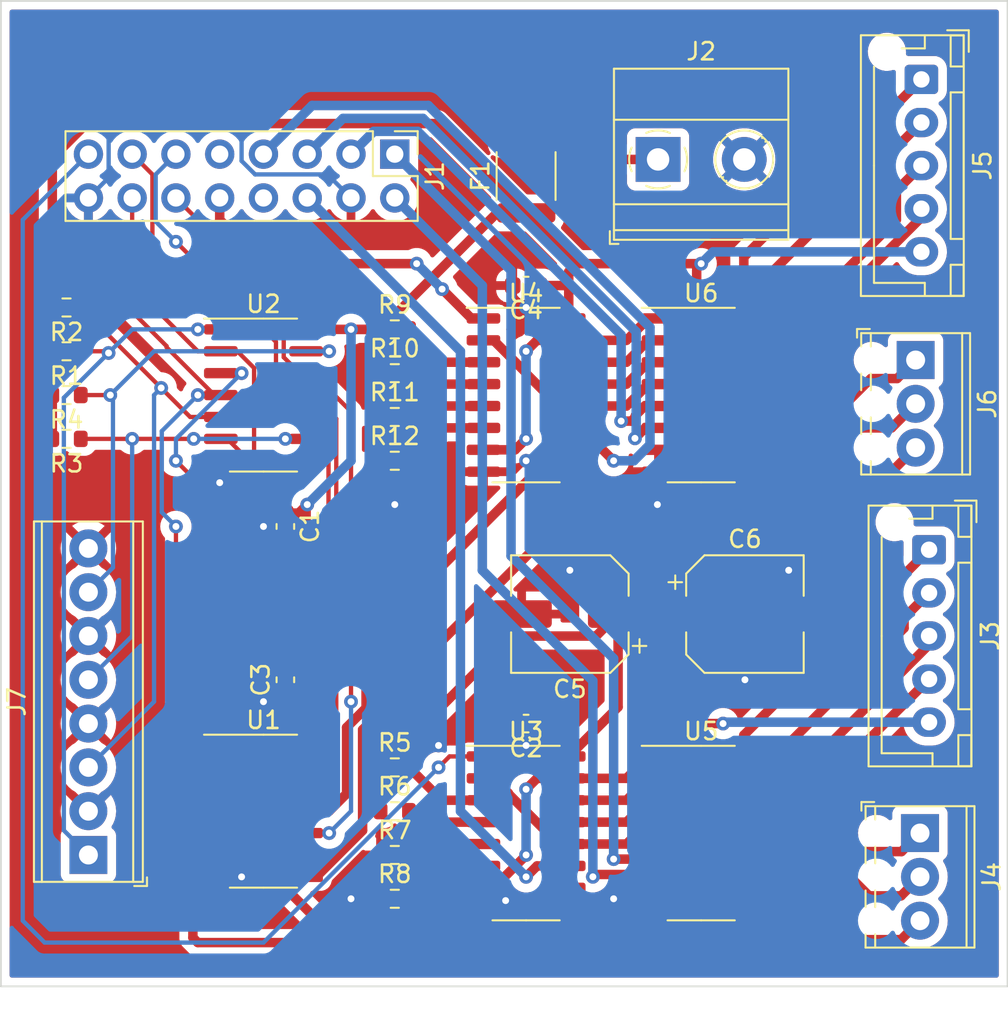
<source format=kicad_pcb>
(kicad_pcb (version 20211014) (generator pcbnew)
  (title_block (comment 4 "AISLER Project ID: ULUECDFW"))
  (layers (0 "F.Cu" signal) (31 "B.Cu" signal) (34 "B.Paste" user) (35 "F.Paste" user) (36 "B.SilkS" user "B.Silkscreen") (37 "F.SilkS" user "F.Silkscreen") (38 "B.Mask" user) (39 "F.Mask" user) (44 "Edge.Cuts" user))
  (net 0 "")
  (net 1 "+5V")
  (net 2 "GND")
  (net 3 "Net-(F1-Pad2)")
  (net 4 "out_a1")
  (net 5 "out_b1")
  (net 6 "out_a2")
  (net 7 "out_b2")
  (net 8 "step1")
  (net 9 "step2")
  (net 12 "reset2")
  (net 13 "dir_a2")
  (net 14 "dir_b2")
  (net 15 "dir_a1")
  (net 16 "dir_b1")
  (net 17 "reset1")
  (net 18 "Net-(J3-Pad1)")
  (net 19 "Net-(J3-Pad2)")
  (net 20 "Net-(J3-Pad3)")
  (net 21 "Net-(J3-Pad4)")
  (net 22 "Net-(J4-Pad1)")
  (net 23 "Net-(J4-Pad2)")
  (net 24 "Net-(J5-Pad1)")
  (net 25 "Net-(J5-Pad2)")
  (net 26 "Net-(J5-Pad3)")
  (net 27 "Net-(J5-Pad4)")
  (net 28 "Net-(J6-Pad1)")
  (net 29 "Net-(J6-Pad2)")
  (net 30 "end_a1")
  (net 31 "end_b1")
  (net 32 "end_a2")
  (net 33 "end_b2")
  (net 34 "Net-(R5-Pad2)")
  (net 35 "Net-(R6-Pad2)")
  (net 36 "Net-(R7-Pad2)")
  (net 37 "Net-(R8-Pad2)")
  (net 38 "Net-(R9-Pad2)")
  (net 39 "Net-(R10-Pad2)")
  (net 40 "Net-(R11-Pad2)")
  (net 41 "Net-(R12-Pad2)")
  (net 42 "Net-(U1-Pad1)")
  (net 43 "Net-(U1-Pad3)")
  (net 44 "Net-(U1-Pad4)")
  (net 45 "Net-(U1-Pad6)")
  (net 46 "Net-(U1-Pad8)")
  (net 47 "Net-(U1-Pad9)")
  (net 48 "Net-(U1-Pad11)")
  (net 49 "Net-(U1-Pad12)")
  (net 50 "Net-(U3-Pad12)")
  (net 51 "Net-(U3-Pad15)")
  (net 52 "Net-(U3-Pad13)")
  (net 53 "Net-(U3-Pad14)")
  (net 54 "Net-(U4-Pad12)")
  (net 55 "Net-(U4-Pad15)")
  (net 56 "Net-(U4-Pad13)")
  (net 57 "Net-(U4-Pad14)")
  (footprint "Resistor_SMD:R_0603_1608Metric" (layer "F.Cu") (at 142.24 130.81)
    (fp_text reference "R7")
    (fp_text value "1k")
  )
  (footprint "Package_SO:SOIC-16_3.9x9.9mm_P1.27mm" (layer "F.Cu") (at 149.86 104.14)
    (fp_text reference "U4")
    (fp_text value "74LS194")
  )
  (footprint "Fuse:Fuse_1812_4532Metric" (layer "F.Cu") (at 149.86 91.44 90)
    (fp_text reference "F1")
    (fp_text value "Polyfuse")
  )
  (footprint "Package_SO:SOIC-16_3.9x9.9mm_P1.27mm" (layer "F.Cu") (at 160.02 104.14)
    (fp_text reference "U6")
    (fp_text value "ULN2003A")
  )
  (footprint "Resistor_SMD:R_0603_1608Metric" (layer "F.Cu") (at 142.24 102.87)
    (fp_text reference "R10")
    (fp_text value "1k")
  )
  (footprint "Connector_JST:JST_XH_B5B-XH-AM_1x05_P2.50mm_Vertical" (layer "F.Cu") (at 172.8 85.835 -90)
    (fp_text reference "J5")
    (fp_text value "Conn_01x05")
  )
  (footprint "Package_SO:SOIC-14_3.9x8.7mm_P1.27mm" (layer "F.Cu") (at 134.62 128.27)
    (fp_text reference "U1")
    (fp_text value "74LS08")
  )
  (footprint "Resistor_SMD:R_0603_1608Metric" (layer "F.Cu") (at 142.24 107.95)
    (fp_text reference "R12")
    (fp_text value "1k")
  )
  (footprint "Capacitor_SMD:C_0603_1608Metric" (layer "F.Cu") (at 149.86 123.19 180)
    (fp_text reference "C2")
    (fp_text value "0.1u")
  )
  (footprint "Resistor_SMD:R_0603_1608Metric" (layer "F.Cu") (at 142.24 125.73)
    (fp_text reference "R5")
    (fp_text value "1K")
  )
  (footprint "TerminalBlock_Phoenix:TerminalBlock_Phoenix_MPT-0,5-3-2.54_1x03_P2.54mm_Horizontal" (layer "F.Cu") (at 172.466 102.108 -90)
    (fp_text reference "J6")
    (fp_text value "Screw_Terminal_01x03")
  )
  (footprint "Package_SO:SOIC-14_3.9x8.7mm_P1.27mm" (layer "F.Cu") (at 134.62 104.14)
    (fp_text reference "U2")
    (fp_text value "74LS32")
  )
  (footprint "Capacitor_SMD:C_0603_1608Metric" (layer "F.Cu") (at 135.89 111.76 -90)
    (fp_text reference "C1")
    (fp_text value "0.1u")
  )
  (footprint "Capacitor_SMD:CP_Elec_6.3x5.2" (layer "F.Cu") (at 162.56 116.84)
    (fp_text reference "C6")
    (fp_text value "100uF")
  )
  (footprint "Resistor_SMD:R_0603_1608Metric" (layer "F.Cu") (at 142.24 133.35)
    (fp_text reference "R8")
    (fp_text value "1k")
  )
  (footprint "TerminalBlock_Phoenix:TerminalBlock_Phoenix_MKDS-1,5-2_1x02_P5.00mm_Horizontal" (layer "F.Cu") (at 157.52 90.475)
    (fp_text reference "J2")
    (fp_text value "Screw_Terminal_01x02")
  )
  (footprint "Connector_PinHeader_2.54mm:PinHeader_2x08_P2.54mm_Vertical" (layer "F.Cu") (at 142.24 90.17 -90)
    (fp_text reference "J1")
    (fp_text value "Conn_02x08_Odd_Even")
  )
  (footprint "Resistor_SMD:R_0603_1608Metric" (layer "F.Cu") (at 142.24 128.27)
    (fp_text reference "R6")
    (fp_text value "1k")
  )
  (footprint "Package_SO:SOIC-16_3.9x9.9mm_P1.27mm" (layer "F.Cu") (at 160.02 129.54)
    (fp_text reference "U5")
    (fp_text value "ULN2003A")
  )
  (footprint "Resistor_SMD:R_0603_1608Metric" (layer "F.Cu") (at 142.24 100.33)
    (fp_text reference "R9")
    (fp_text value "1K")
  )
  (footprint "Capacitor_SMD:C_0603_1608Metric" (layer "F.Cu") (at 135.89 120.65 90)
    (fp_text reference "C3")
    (fp_text value "0.1u")
  )
  (footprint "Package_SO:SOIC-16_3.9x9.9mm_P1.27mm" (layer "F.Cu") (at 149.86 129.54)
    (fp_text reference "U3")
    (fp_text value "74LS194")
  )
  (footprint "Resistor_SMD:R_0603_1608Metric" (layer "F.Cu") (at 123.19 99.06 180)
    (fp_text reference "R2")
    (fp_text value "1K")
  )
  (footprint "Resistor_SMD:R_0603_1608Metric" (layer "F.Cu") (at 123.19 104.14 180)
    (fp_text reference "R4")
    (fp_text value "1K")
  )
  (footprint "Resistor_SMD:R_0603_1608Metric" (layer "F.Cu") (at 142.24 105.41)
    (fp_text reference "R11")
    (fp_text value "1k")
  )
  (footprint "Capacitor_SMD:CP_Elec_6.3x5.2" (layer "F.Cu") (at 152.4 116.84 180)
    (fp_text reference "C5")
    (fp_text value "100uF")
  )
  (footprint "Resistor_SMD:R_0603_1608Metric" (layer "F.Cu") (at 123.19 106.68 180)
    (fp_text reference "R3")
    (fp_text value "1K")
  )
  (footprint "Connector_JST:JST_XH_B5B-XH-AM_1x05_P2.50mm_Vertical" (layer "F.Cu") (at 173.245 113.11 -90)
    (fp_text reference "J3")
    (fp_text value "Conn_01x05")
  )
  (footprint "TerminalBlock_Phoenix:TerminalBlock_Phoenix_MPT-0,5-8-2.54_1x08_P2.54mm_Horizontal" (layer "F.Cu") (at 124.46 130.81 90)
    (fp_text reference "J7")
    (fp_text value "Screw_Terminal_01x08")
  )
  (footprint "TerminalBlock_Phoenix:TerminalBlock_Phoenix_MPT-0,5-3-2.54_1x03_P2.54mm_Horizontal" (layer "F.Cu") (at 172.72 129.54 -90)
    (fp_text reference "J4")
    (fp_text value "Screw_Terminal_01x03")
  )
  (footprint "Capacitor_SMD:C_0603_1608Metric" (layer "F.Cu") (at 149.86 97.79 180)
    (fp_text reference "C4")
    (fp_text value "0.1u")
  )
  (footprint "Resistor_SMD:R_0603_1608Metric" (layer "F.Cu") (at 123.19 101.6 180)
    (fp_text reference "R1")
    (fp_text value "1K")
  )
  (gr_rect (start 177.8 138.43) (end 119.38 81.28) (layer "Edge.Cuts") (width 0.1) (fill none))
  (segment (start 172.466 107.188) (end 171.069 108.585) (width 0.55) (layer "F.Cu") (net 1))
  (segment (start 141.415 102.87) (end 141.415 100.33) (width 0.55) (layer "F.Cu") (net 1))
  (segment (start 159.76 108.21) (end 159.76 96.78) (width 0.55) (layer "F.Cu") (net 1))
  (segment (start 159.76 122.93) (end 159.76 116.84) (width 0.55) (layer "F.Cu") (net 1))
  (segment (start 135.89 121.425) (end 136.665 121.425) (width 0.55) (layer "F.Cu") (net 1))
  (segment (start 159.76 122.93) (end 160.02 123.19) (width 0.55) (layer "F.Cu") (net 1))
  (segment (start 122.365 90.391857) (end 122.365 106.68) (width 0.55) (layer "F.Cu") (net 1))
  (segment (start 150.635 123.19) (end 150.635 123.395) (width 0.55) (layer "F.Cu") (net 1))
  (segment (start 164.229999 135.719999) (end 171.620001 135.719999) (width 0.55) (layer "F.Cu") (net 1))
  (segment (start 152.8025 96.52) (end 160.02 96.52) (width 0.55) (layer "F.Cu") (net 1))
  (segment (start 144.678478 88.395978) (end 124.360879 88.395978) (width 0.55) (layer "F.Cu") (net 1))
  (segment (start 148.1675 93.5775) (end 149.86 93.5775) (width 0.55) (layer "F.Cu") (net 1))
  (segment (start 152.335 97.855) (end 152.335 99.695) (width 0.55) (layer "F.Cu") (net 1))
  (segment (start 150.635 97.79) (end 152.27 97.79) (width 0.55) (layer "F.Cu") (net 1))
  (segment (start 159.76 131.838204) (end 159.76 122.93) (width 0.55) (layer "F.Cu") (net 1))
  (segment (start 124.360879 88.395978) (end 122.365 90.391857) (width 0.55) (layer "F.Cu") (net 1))
  (segment (start 137.095 100.33) (end 141.415 100.33) (width 0.55) (layer "F.Cu") (net 1))
  (segment (start 152.335 96.9875) (end 152.335 97.855) (width 0.55) (layer "F.Cu") (net 1))
  (segment (start 162.495 133.985) (end 161.906796 133.985) (width 0.55) (layer "F.Cu") (net 1))
  (segment (start 149.86 93.5775) (end 144.678478 88.395978) (width 0.55) (layer "F.Cu") (net 1))
  (segment (start 155.2 122.23) (end 155.2 116.84) (width 0.55) (layer "F.Cu") (net 1))
  (segment (start 136.665 121.425) (end 137.095 121.855) (width 0.55) (layer "F.Cu") (net 1))
  (segment (start 137.095 121.855) (end 137.095 110.555) (width 0.55) (layer "F.Cu") (net 1))
  (segment (start 153.92548 118.11452) (end 149.03048 118.11452) (width 0.55) (layer "F.Cu") (net 1))
  (segment (start 141.415 125.73) (end 141.415 128.27) (width 0.55) (layer "F.Cu") (net 1))
  (segment (start 171.620001 135.719999) (end 172.72 134.62) (width 0.55) (layer "F.Cu") (net 1))
  (segment (start 150.635 123.395) (end 152.335 125.095) (width 0.55) (layer "F.Cu") (net 1))
  (segment (start 159.76 116.84) (end 159.76 108.21) (width 0.55) (layer "F.Cu") (net 1))
  (segment (start 149.86 93.5775) (end 152.8025 96.52) (width 0.55) (layer "F.Cu") (net 1))
  (segment (start 136.665 110.985) (end 137.16 110.49) (width 0.55) (layer "F.Cu") (net 1))
  (segment (start 171.069 108.585) (end 162.495 108.585) (width 0.55) (layer "F.Cu") (net 1))
  (segment (start 161.906796 133.985) (end 159.76 131.838204) (width 0.55) (layer "F.Cu") (net 1))
  (segment (start 152.335 125.095) (end 155.2 122.23) (width 0.55) (layer "F.Cu") (net 1))
  (segment (start 162.495 133.985) (end 164.229999 135.719999) (width 0.55) (layer "F.Cu") (net 1))
  (segment (start 152.27 97.79) (end 152.335 97.855) (width 0.55) (layer "F.Cu") (net 1))
  (segment (start 137.095 110.555) (end 137.16 110.49) (width 0.55) (layer "F.Cu") (net 1))
  (segment (start 139.7 100.33) (end 141.415 100.33) (width 0.55) (layer "F.Cu") (net 1))
  (segment (start 160.135 108.585) (end 159.76 108.21) (width 0.55) (layer "F.Cu") (net 1))
  (segment (start 162.495 108.585) (end 160.135 108.585) (width 0.55) (layer "F.Cu") (net 1))
  (segment (start 160.02 123.19) (end 161.29 123.19) (width 0.55) (layer "F.Cu") (net 1))
  (segment (start 137.095 124.46) (end 137.095 121.855) (width 0.55) (layer "F.Cu") (net 1))
  (segment (start 135.89 110.985) (end 136.665 110.985) (width 0.55) (layer "F.Cu") (net 1))
  (segment (start 141.415 100.33) (end 148.1675 93.5775) (width 0.55) (layer "F.Cu") (net 1))
  (segment (start 155.2 116.84) (end 159.76 116.84) (width 0.55) (layer "F.Cu") (net 1))
  (segment (start 159.76 96.78) (end 160.02 96.52) (width 0.55) (layer "F.Cu") (net 1))
  (segment (start 155.2 116.84) (end 153.92548 118.11452) (width 0.55) (layer "F.Cu") (net 1))
  (segment (start 149.03048 118.11452) (end 141.415 125.73) (width 0.55) (layer "F.Cu") (net 1))
  (segment (start 152.8025 96.52) (end 152.335 96.9875) (width 0.55) (layer "F.Cu") (net 1))
  (via (at 137.16 110.49) (size 0.8) (drill 0.4) (layers "F.Cu" "B.Cu") (net 1))
  (via (at 160.02 96.52) (size 0.8) (drill 0.4) (layers "F.Cu" "B.Cu") (net 1))
  (via (at 139.7 100.33) (size 0.8) (drill 0.4) (layers "F.Cu" "B.Cu") (net 1))
  (via (at 161.29 123.19) (size 0.8) (drill 0.4) (layers "F.Cu" "B.Cu") (net 1))
  (segment (start 160.02 96.52) (end 160.705 95.835) (width 0.55) (layer "B.Cu") (net 1))
  (segment (start 139.7 107.95) (end 137.16 110.49) (width 0.55) (layer "B.Cu") (net 1))
  (segment (start 160.705 95.835) (end 172.8 95.835) (width 0.55) (layer "B.Cu") (net 1))
  (segment (start 161.29 123.19) (end 161.37 123.11) (width 0.55) (layer "B.Cu") (net 1))
  (segment (start 161.37 123.11) (end 173.245 123.11) (width 0.55) (layer "B.Cu") (net 1))
  (segment (start 139.7 100.33) (end 139.7 107.95) (width 0.55) (layer "B.Cu") (net 1))
  (segment (start 132.08 108.015) (end 132.145 107.95) (width 0.55) (layer "F.Cu") (net 2))
  (segment (start 135.89 119.875) (end 134.62 121.145) (width 0.55) (layer "F.Cu") (net 2))
  (segment (start 149.085 97.79) (end 149.085 98.285) (width 0.25) (layer "F.Cu") (net 2))
  (segment (start 133.35 132.08) (end 132.145 132.08) (width 0.55) (layer "F.Cu") (net 2))
  (segment (start 134.62 121.145) (end 134.62 121.92) (width 0.55) (layer "F.Cu") (net 2))
  (segment (start 149.085 98.285) (end 149.86 99.06) (width 0.25) (layer "F.Cu") (net 2))
  (segment (start 132.08 109.22) (end 132.08 108.015) (width 0.55) (layer "F.Cu") (net 2))
  (segment (start 148.14223 133.985) (end 148.672251 133.454979) (width 0.55) (layer "F.Cu") (net 2))
  (segment (start 135.395 112.535) (end 134.62 111.76) (width 0.55) (layer "F.Cu") (net 2))
  (segment (start 135.89 112.535) (end 135.395 112.535) (width 0.55) (layer "F.Cu") (net 2))
  (segment (start 149.86 107.95) (end 149.225 108.585) (width 0.25) (layer "F.Cu") (net 2))
  (segment (start 147.385 133.985) (end 148.14223 133.985) (width 0.55) (layer "F.Cu") (net 2))
  (segment (start 149.225 108.585) (end 147.385 108.585) (width 0.25) (layer "F.Cu") (net 2))
  (via (at 134.62 121.92) (size 0.8) (drill 0.4) (layers "F.Cu" "B.Cu") (net 2))
  (via (at 144.78 124.46) (size 0.8) (drill 0.4) (layers "F.Cu" "B.Cu") (net 2))
  (via (at 162.56 120.65) (size 0.8) (drill 0.4) (layers "F.Cu" "B.Cu") (net 2))
  (via (at 149.86 107.95) (size 0.8) (drill 0.4) (layers "F.Cu" "B.Cu") (net 2))
  (via (at 152.4 114.3) (size 0.8) (drill 0.4) (layers "F.Cu" "B.Cu") (net 2))
  (via (at 133.35 132.08) (size 0.8) (drill 0.4) (layers "F.Cu" "B.Cu") (net 2))
  (via (at 148.672251 133.454979) (size 0.8) (drill 0.4) (layers "F.Cu" "B.Cu") (net 2))
  (via (at 149.86 99.06) (size 0.8) (drill 0.4) (layers "F.Cu" "B.Cu") (net 2))
  (via (at 142.24 110.49) (size 0.8) (drill 0.4) (layers "F.Cu" "B.Cu") (net 2))
  (via (at 139.7 133.35) (size 0.8) (drill 0.4) (layers "F.Cu" "B.Cu") (net 2))
  (via (at 134.62 111.76) (size 0.8) (drill 0.4) (layers "F.Cu" "B.Cu") (net 2))
  (via (at 165.1 114.3) (size 0.8) (drill 0.4) (layers "F.Cu" "B.Cu") (net 2))
  (via (at 132.08 109.22) (size 0.8) (drill 0.4) (layers "F.Cu" "B.Cu") (net 2))
  (via (at 149.86 124.46) (size 0.8) (drill 0.4) (layers "F.Cu" "B.Cu") (net 2))
  (via (at 157.48 110.49) (size 0.8) (drill 0.4) (layers "F.Cu" "B.Cu") (net 2))
  (via (at 154.94 133.35) (size 0.8) (drill 0.4) (layers "F.Cu" "B.Cu") (net 2))
  (segment (start 149.86 99.06) (end 151.13 100.33) (width 0.25) (layer "B.Cu") (net 2))
  (segment (start 127 86.36) (end 133.35 86.36) (width 0.25) (layer "B.Cu") (net 2))
  (segment (start 124.46 92.71) (end 125.634511 91.535489) (width 0.25) (layer "B.Cu") (net 2))
  (segment (start 133.35 86.36) (end 158.405 86.36) (width 0.25) (layer "B.Cu") (net 2))
  (segment (start 139.7 92.71) (end 138.334511 91.344511) (width 0.25) (layer "B.Cu") (net 2))
  (segment (start 151.13 106.68) (end 149.86 107.95) (width 0.25) (layer "B.Cu") (net 2))
  (segment (start 133.35 90.56101) (end 133.35 86.36) (width 0.25) (layer "B.Cu") (net 2))
  (segment (start 125.634511 87.725489) (end 127 86.36) (width 0.25) (layer "B.Cu") (net 2))
  (segment (start 134.62 130.81) (end 133.35 132.08) (width 0.55) (layer "B.Cu") (net 2))
  (segment (start 151.13 105.41) (end 151.13 106.68) (width 0.25) (layer "B.Cu") (net 2))
  (segment (start 138.334511 91.344511) (end 134.133501 91.344511) (width 0.25) (layer "B.Cu") (net 2))
  (segment (start 158.405 86.36) (end 162.52 90.475) (width 0.25) (layer "B.Cu") (net 2))
  (segment (start 134.133501 91.344511) (end 133.35 90.56101) (width 0.25) (layer "B.Cu") (net 2))
  (segment (start 125.634511 91.535489) (end 125.634511 87.725489) (width 0.25) (layer "B.Cu") (net 2))
  (segment (start 134.62 121.92) (end 134.62 130.81) (width 0.55) (layer "B.Cu") (net 2))
  (segment (start 151.13 100.33) (end 151.13 105.41) (width 0.25) (layer "B.Cu") (net 2))
  (segment (start 134.62 111.76) (end 132.08 109.22) (width 0.55) (layer "B.Cu") (net 2))
  (segment (start 151.0325 90.475) (end 157.52 90.475) (width 0.55) (layer "F.Cu") (net 3))
  (segment (start 149.86 89.3025) (end 151.0325 90.475) (width 0.55) (layer "F.Cu") (net 3))
  (segment (start 156.956796 130.175) (end 157.545 130.175) (width 0.55) (layer "F.Cu") (net 4))
  (segment (start 156.082296 131.0495) (end 156.956796 130.175) (width 0.55) (layer "F.Cu") (net 4))
  (segment (start 154.94 131.0495) (end 156.082296 131.0495) (width 0.55) (layer "F.Cu") (net 4))
  (via (at 154.94 131.0495) (size 0.8) (drill 0.4) (layers "F.Cu" "B.Cu") (net 4))
  (segment (start 154.94 119.419585) (end 154.94 131.0495) (width 0.55) (layer "B.Cu") (net 4))
  (segment (start 142.24 90.17) (end 148.985489 96.915489) (width 0.55) (layer "B.Cu") (net 4))
  (segment (start 148.985489 113.465074) (end 154.94 119.419585) (width 0.55) (layer "B.Cu") (net 4))
  (segment (start 148.985489 96.915489) (end 148.985489 113.465074) (width 0.55) (layer "B.Cu") (net 4))
  (segment (start 157.04952 131.94048) (end 157.545 131.445) (width 0.55) (layer "F.Cu") (net 5))
  (segment (start 153.735312 132.075382) (end 153.870214 131.94048) (width 0.55) (layer "F.Cu") (net 5))
  (segment (start 153.870214 131.94048) (end 157.04952 131.94048) (width 0.55) (layer "F.Cu") (net 5))
  (via (at 153.735312 132.075382) (size 0.8) (drill 0.4) (layers "F.Cu" "B.Cu") (net 5))
  (segment (start 147.32 114.3) (end 153.735312 120.715312) (width 0.55) (layer "B.Cu") (net 5))
  (segment (start 153.735312 120.715312) (end 153.735312 132.075382) (width 0.55) (layer "B.Cu") (net 5))
  (segment (start 142.24 92.71) (end 147.32 97.79) (width 0.55) (layer "B.Cu") (net 5))
  (segment (start 147.32 97.79) (end 147.32 114.3) (width 0.55) (layer "B.Cu") (net 5))
  (segment (start 157.545 104.775) (end 156.746778 104.775) (width 0.55) (layer "F.Cu") (net 6))
  (segment (start 156.746778 104.775) (end 156.21 105.311778) (width 0.55) (layer "F.Cu") (net 6))
  (segment (start 156.21 105.311778) (end 156.21 105.41) (width 0.55) (layer "F.Cu") (net 6))
  (segment (start 155.9705 105.6495) (end 155.376334 105.6495) (width 0.55) (layer "F.Cu") (net 6))
  (segment (start 156.21 105.41) (end 155.9705 105.6495) (width 0.55) (layer "F.Cu") (net 6))
  (via (at 155.376334 105.6495) (size 0.8) (drill 0.4) (layers "F.Cu" "B.Cu") (net 6))
  (segment (start 141.024511 88.845489) (end 139.7 90.17) (width 0.55) (layer "B.Cu") (net 6))
  (segment (start 155.376334 100.657312) (end 143.564511 88.845489) (width 0.55) (layer "B.Cu") (net 6))
  (segment (start 155.376334 105.6495) (end 155.376334 100.657312) (width 0.55) (layer "B.Cu") (net 6))
  (segment (start 143.564511 88.845489) (end 141.024511 88.845489) (width 0.55) (layer "B.Cu") (net 6))
  (segment (start 156.176879 106.648502) (end 156.780381 106.045) (width 0.55) (layer "F.Cu") (net 7))
  (segment (start 156.780381 106.045) (end 157.545 106.045) (width 0.55) (layer "F.Cu") (net 7))
  (via (at 156.176879 106.648502) (size 0.8) (drill 0.4) (layers "F.Cu" "B.Cu") (net 7))
  (segment (start 137.16 90.17) (end 139.234031 88.095969) (width 0.55) (layer "B.Cu") (net 7))
  (segment (start 156.250845 100.471841) (end 156.250845 106.574536) (width 0.55) (layer "B.Cu") (net 7))
  (segment (start 143.874973 88.095969) (end 156.250845 100.471841) (width 0.55) (layer "B.Cu") (net 7))
  (segment (start 139.234031 88.095969) (end 143.874973 88.095969) (width 0.55) (layer "B.Cu") (net 7))
  (segment (start 156.250845 106.574536) (end 156.176879 106.648502) (width 0.55) (layer "B.Cu") (net 7))
  (segment (start 149.86 132.08) (end 150.495 131.445) (width 0.55) (layer "F.Cu") (net 8))
  (segment (start 150.495 131.445) (end 152.335 131.445) (width 0.55) (layer "F.Cu") (net 8))
  (via (at 149.86 132.08) (size 0.8) (drill 0.4) (layers "F.Cu" "B.Cu") (net 8))
  (segment (start 146.05 101.6) (end 146.05 128.27) (width 0.55) (layer "B.Cu") (net 8))
  (segment (start 137.16 92.71) (end 146.05 101.6) (width 0.55) (layer "B.Cu") (net 8))
  (segment (start 146.05 128.27) (end 149.86 132.08) (width 0.55) (layer "B.Cu") (net 8))
  (segment (start 153.035 106.045) (end 152.335 106.045) (width 0.55) (layer "F.Cu") (net 9))
  (segment (start 154.94 107.95) (end 153.035 106.045) (width 0.55) (layer "F.Cu") (net 9))
  (via (at 154.94 107.95) (size 0.8) (drill 0.4) (layers "F.Cu" "B.Cu") (net 9))
  (segment (start 157.05139 100.212404) (end 157.05139 107.010737) (width 0.55) (layer "B.Cu") (net 9))
  (segment (start 157.05139 107.010737) (end 156.112127 107.95) (width 0.55) (layer "B.Cu") (net 9))
  (segment (start 134.62 90.17) (end 137.443551 87.346449) (width 0.55) (layer "B.Cu") (net 9))
  (segment (start 144.185435 87.346449) (end 157.05139 100.212404) (width 0.55) (layer "B.Cu") (net 9))
  (segment (start 156.112127 107.95) (end 154.94 107.95) (width 0.55) (layer "B.Cu") (net 9))
  (segment (start 137.443551 87.346449) (end 144.185435 87.346449) (width 0.55) (layer "B.Cu") (net 9))
  (segment (start 134.62 96.52) (end 132.08 93.98) (width 0.55) (layer "F.Cu") (net 12))
  (segment (start 143.51 96.52) (end 134.62 96.52) (width 0.55) (layer "F.Cu") (net 12))
  (segment (start 132.08 93.98) (end 132.08 92.71) (width 0.55) (layer "F.Cu") (net 12))
  (segment (start 146.685 99.695) (end 144.985865 97.995865) (width 0.55) (layer "F.Cu") (net 12))
  (segment (start 147.385 99.695) (end 146.685 99.695) (width 0.55) (layer "F.Cu") (net 12))
  (via (at 143.51 96.52) (size 0.8) (drill 0.4) (layers "F.Cu" "B.Cu") (net 12))
  (via (at 144.985865 97.995865) (size 0.8) (drill 0.4) (layers "F.Cu" "B.Cu") (net 12))
  (segment (start 144.985865 97.995865) (end 143.51 96.52) (width 0.55) (layer "B.Cu") (net 12))
  (segment (start 137.471072 125.73) (end 138.39452 124.806552) (width 0.25) (layer "F.Cu") (net 13))
  (segment (start 135.345969 101.055969) (end 135.345969 104.037041) (width 0.25) (layer "F.Cu") (net 13))
  (segment (start 136.718928 105.41) (end 137.095 105.41) (width 0.25) (layer "F.Cu") (net 13))
  (segment (start 138.39452 106.333448) (end 137.471072 105.41) (width 0.25) (layer "F.Cu") (net 13))
  (segment (start 135.345969 104.037041) (end 136.718928 105.41) (width 0.25) (layer "F.Cu") (net 13))
  (segment (start 138.39452 124.806552) (end 138.39452 106.333448) (width 0.25) (layer "F.Cu") (net 13))
  (segment (start 137.095 125.73) (end 137.471072 125.73) (width 0.25) (layer "F.Cu") (net 13))
  (segment (start 129.54 95.25) (end 135.345969 101.055969) (width 0.25) (layer "F.Cu") (net 13))
  (segment (start 137.471072 105.41) (end 137.095 105.41) (width 0.25) (layer "F.Cu") (net 13))
  (via (at 129.54 95.25) (size 0.8) (drill 0.4) (layers "F.Cu" "B.Cu") (net 13))
  (segment (start 128.365489 91.344511) (end 128.365489 94.075489) (width 0.25) (layer "B.Cu") (net 13))
  (segment (start 128.365489 94.075489) (end 129.54 95.25) (width 0.25) (layer "B.Cu") (net 13))
  (segment (start 129.54 90.17) (end 128.365489 91.344511) (width 0.25) (layer "B.Cu") (net 13))
  (segment (start 135.79548 101.946552) (end 136.718928 102.87) (width 0.25) (layer "F.Cu") (net 14))
  (segment (start 137.471072 102.87) (end 137.095 102.87) (width 0.25) (layer "F.Cu") (net 14))
  (segment (start 137.095 129.54) (end 138.43 129.54) (width 0.25) (layer "F.Cu") (net 14))
  (segment (start 139.7 121.92) (end 139.7 105.098928) (width 0.25) (layer "F.Cu") (net 14))
  (segment (start 136.718928 102.87) (end 137.095 102.87) (width 0.25) (layer "F.Cu") (net 14))
  (segment (start 135.79548 98.96548) (end 135.79548 101.946552) (width 0.25) (layer "F.Cu") (net 14))
  (segment (start 129.54 92.71) (end 135.79548 98.96548) (width 0.25) (layer "F.Cu") (net 14))
  (segment (start 139.7 105.098928) (end 137.471072 102.87) (width 0.25) (layer "F.Cu") (net 14))
  (via (at 138.43 129.54) (size 0.8) (drill 0.4) (layers "F.Cu" "B.Cu") (net 14))
  (via (at 139.7 121.92) (size 0.8) (drill 0.4) (layers "F.Cu" "B.Cu") (net 14))
  (segment (start 139.7 128.27) (end 139.7 121.92) (width 0.25) (layer "B.Cu") (net 14))
  (segment (start 138.43 129.54) (end 139.7 128.27) (width 0.25) (layer "B.Cu") (net 14))
  (segment (start 133.254012 122.58115) (end 133.254012 109.122764) (width 0.25) (layer "F.Cu") (net 15))
  (segment (start 127 90.17) (end 128.174511 91.344511) (width 0.25) (layer "F.Cu") (net 15))
  (segment (start 130.81 101.6) (end 132.145 101.6) (width 0.25) (layer "F.Cu") (net 15))
  (segment (start 128.174511 91.344511) (end 128.174511 98.964511) (width 0.25) (layer "F.Cu") (net 15))
  (segment (start 133.1046 101.6) (end 132.145 101.6) (width 0.25) (layer "F.Cu") (net 15))
  (segment (start 132.145 129.54) (end 132.521072 129.54) (width 0.25) (layer "F.Cu") (net 15))
  (segment (start 133.894031 128.167041) (end 133.894031 123.221169) (width 0.25) (layer "F.Cu") (net 15))
  (segment (start 134.074501 108.302275) (end 134.074501 102.569901) (width 0.25) (layer "F.Cu") (net 15))
  (segment (start 132.521072 129.54) (end 133.894031 128.167041) (width 0.25) (layer "F.Cu") (net 15))
  (segment (start 134.074501 102.569901) (end 133.1046 101.6) (width 0.25) (layer "F.Cu") (net 15))
  (segment (start 133.894031 123.221169) (end 133.254012 122.58115) (width 0.25) (layer "F.Cu") (net 15))
  (segment (start 133.254012 109.122764) (end 134.074501 108.302275) (width 0.25) (layer "F.Cu") (net 15))
  (segment (start 128.174511 98.964511) (end 130.81 101.6) (width 0.25) (layer "F.Cu") (net 15))
  (segment (start 131.768928 104.14) (end 132.145 104.14) (width 0.25) (layer "F.Cu") (net 16))
  (segment (start 132.145 125.73) (end 131.768928 125.73) (width 0.25) (layer "F.Cu") (net 16))
  (segment (start 131.768928 125.73) (end 129.54 123.501072) (width 0.25) (layer "F.Cu") (net 16))
  (segment (start 127 99.3054) (end 128.994501 101.299901) (width 0.25) (layer "F.Cu") (net 16))
  (segment (start 128.994501 101.299901) (end 128.994501 101.365573) (width 0.25) (layer "F.Cu") (net 16))
  (segment (start 127 92.71) (end 127 99.3054) (width 0.25) (layer "F.Cu") (net 16))
  (segment (start 129.54 123.501072) (end 129.54 111.76) (width 0.25) (layer "F.Cu") (net 16))
  (segment (start 128.994501 101.365573) (end 131.768928 104.14) (width 0.25) (layer "F.Cu") (net 16))
  (segment (start 130.81 104.14) (end 132.145 104.14) (width 0.25) (layer "F.Cu") (net 16))
  (via (at 129.54 111.76) (size 0.8) (drill 0.4) (layers "F.Cu" "B.Cu") (net 16))
  (via (at 130.81 104.14) (size 0.8) (drill 0.4) (layers "F.Cu" "B.Cu") (net 16))
  (segment (start 128.719511 106.230489) (end 128.719511 110.939511) (width 0.25) (layer "B.Cu") (net 16))
  (segment (start 130.81 104.14) (end 128.719511 106.230489) (width 0.25) (layer "B.Cu") (net 16))
  (segment (start 128.719511 110.939511) (end 129.54 111.76) (width 0.25) (layer "B.Cu") (net 16))
  (segment (start 147.385 125.095) (end 145.415 125.095) (width 0.25) (layer "F.Cu") (net 17))
  (segment (start 145.415 125.095) (end 144.78 125.73) (width 0.25) (layer "F.Cu") (net 17))
  (via (at 144.78 125.73) (size 0.8) (drill 0.4) (layers "F.Cu" "B.Cu") (net 17))
  (segment (start 120.65 134.62) (end 120.65 93.98) (width 0.25) (layer "B.Cu") (net 17))
  (segment (start 121.92 135.89) (end 120.65 134.62) (width 0.25) (layer "B.Cu") (net 17))
  (segment (start 120.65 93.98) (end 124.46 90.17) (width 0.25) (layer "B.Cu") (net 17))
  (segment (start 144.78 125.73) (end 134.62 135.89) (width 0.25) (layer "B.Cu") (net 17))
  (segment (start 134.62 135.89) (end 121.92 135.89) (width 0.25) (layer "B.Cu") (net 17))
  (segment (start 162.495 125.095) (end 162.495 123.86) (width 0.55) (layer "F.Cu") (net 18))
  (segment (start 162.495 123.86) (end 173.245 113.11) (width 0.55) (layer "F.Cu") (net 18))
  (segment (start 162.495 126.365) (end 163.083204 126.365) (width 0.55) (layer "F.Cu") (net 19))
  (segment (start 171.79548 117.05952) (end 173.245 115.61) (width 0.55) (layer "F.Cu") (net 19))
  (segment (start 171.79548 117.652724) (end 171.79548 117.05952) (width 0.55) (layer "F.Cu") (net 19))
  (segment (start 163.083204 126.365) (end 171.79548 117.652724) (width 0.55) (layer "F.Cu") (net 19))
  (segment (start 173.245 118.611846) (end 173.245 118.11) (width 0.55) (layer "F.Cu") (net 20))
  (segment (start 162.495 127.635) (end 164.221846 127.635) (width 0.55) (layer "F.Cu") (net 20))
  (segment (start 164.221846 127.635) (end 173.245 118.611846) (width 0.55) (layer "F.Cu") (net 20))
  (segment (start 162.495 128.905) (end 164.95 128.905) (width 0.55) (layer "F.Cu") (net 21))
  (segment (start 164.95 128.905) (end 173.245 120.61) (width 0.55) (layer "F.Cu") (net 21))
  (segment (start 162.934521 130.614521) (end 171.645479 130.614521) (width 0.55) (layer "F.Cu") (net 22))
  (segment (start 162.495 130.175) (end 162.934521 130.614521) (width 0.55) (layer "F.Cu") (net 22))
  (segment (start 171.645479 130.614521) (end 172.72 129.54) (width 0.55) (layer "F.Cu") (net 22))
  (segment (start 162.495 131.445) (end 168.025397 131.445) (width 0.55) (layer "F.Cu") (net 23))
  (segment (start 168.025397 131.445) (end 169.760396 133.179999) (width 0.55) (layer "F.Cu") (net 23))
  (segment (start 171.620001 133.179999) (end 172.72 132.08) (width 0.55) (layer "F.Cu") (net 23))
  (segment (start 169.760396 133.179999) (end 171.620001 133.179999) (width 0.55) (layer "F.Cu") (net 23))
  (segment (start 162.495 96.14) (end 172.8 85.835) (width 0.55) (layer "F.Cu") (net 24))
  (segment (start 162.495 99.695) (end 162.495 96.14) (width 0.55) (layer "F.Cu") (net 24))
  (segment (start 163.94452 97.19048) (end 172.8 88.335) (width 0.55) (layer "F.Cu") (net 25))
  (segment (start 163.94452 100.103684) (end 163.94452 97.19048) (width 0.55) (layer "F.Cu") (net 25))
  (segment (start 163.083204 100.965) (end 163.94452 100.103684) (width 0.55) (layer "F.Cu") (net 25))
  (segment (start 162.495 100.965) (end 163.083204 100.965) (width 0.55) (layer "F.Cu") (net 25))
  (segment (start 171.35048 93.967724) (end 171.35048 92.28452) (width 0.55) (layer "F.Cu") (net 26))
  (segment (start 162.495 102.235) (end 163.083204 102.235) (width 0.55) (layer "F.Cu") (net 26))
  (segment (start 171.35048 92.28452) (end 172.8 90.835) (width 0.55) (layer "F.Cu") (net 26))
  (segment (start 163.083204 102.235) (end 171.35048 93.967724) (width 0.55) (layer "F.Cu") (net 26))
  (segment (start 172.8 93.836846) (end 172.8 93.335) (width 0.55) (layer "F.Cu") (net 27))
  (segment (start 162.495 103.505) (end 163.131846 103.505) (width 0.55) (layer "F.Cu") (net 27))
  (segment (start 163.131846 103.505) (end 172.8 93.836846) (width 0.55) (layer "F.Cu") (net 27))
  (segment (start 169.867479 103.182521) (end 171.391479 103.182521) (width 0.55) (layer "F.Cu") (net 28))
  (segment (start 162.495 104.775) (end 168.275 104.775) (width 0.55) (layer "F.Cu") (net 28))
  (segment (start 171.391479 103.182521) (end 172.466 102.108) (width 0.55) (layer "F.Cu") (net 28))
  (segment (start 168.275 104.775) (end 169.867479 103.182521) (width 0.55) (layer "F.Cu") (net 28))
  (segment (start 162.495 106.045) (end 171.069 106.045) (width 0.55) (layer "F.Cu") (net 29))
  (segment (start 171.069 106.045) (end 172.466 104.648) (width 0.55) (layer "F.Cu") (net 29))
  (segment (start 132.145 100.33) (end 130.81 100.33) (width 0.25) (layer "F.Cu") (net 30))
  (segment (start 124.015 101.6) (end 125.530402 101.6) (width 0.25) (layer "F.Cu") (net 30))
  (segment (start 125.530402 101.6) (end 125.630201 101.699799) (width 0.25) (layer "F.Cu") (net 30))
  (via (at 125.630201 101.699799) (size 0.8) (drill 0.4) (layers "F.Cu" "B.Cu") (net 30))
  (via (at 130.81 100.33) (size 0.8) (drill 0.4) (layers "F.Cu" "B.Cu") (net 30))
  (segment (start 123.035489 104.294511) (end 125.630201 101.699799) (width 0.25) (layer "B.Cu") (net 30))
  (segment (start 123.035489 129.385489) (end 123.035489 104.294511) (width 0.25) (layer "B.Cu") (net 30))
  (segment (start 124.46 130.81) (end 123.035489 129.385489) (width 0.25) (layer "B.Cu") (net 30))
  (segment (start 130.81 100.33) (end 127 100.33) (width 0.25) (layer "B.Cu") (net 30))
  (segment (start 127 100.33) (end 125.630201 101.699799) (width 0.25) (layer "B.Cu") (net 30))
  (segment (start 130.365 105.41) (end 132.145 105.41) (width 0.25) (layer "F.Cu") (net 31))
  (segment (start 124.015 99.06) (end 130.365 105.41) (width 0.25) (layer "F.Cu") (net 31))
  (via (at 128.6825 103.7275) (size 0.8) (drill 0.4) (layers "F.Cu" "B.Cu") (net 31))
  (segment (start 128.27 121.92) (end 124.46 125.73) (width 0.25) (layer "B.Cu") (net 31))
  (segment (start 128.27 104.14) (end 128.27 121.92) (width 0.25) (layer "B.Cu") (net 31))
  (segment (start 128.6825 103.7275) (end 128.27 104.14) (width 0.25) (layer "B.Cu") (net 31))
  (segment (start 137.095 106.68) (end 135.89 106.68) (width 0.25) (layer "F.Cu") (net 32))
  (segment (start 130.5705 106.68) (end 127 106.68) (width 0.25) (layer "F.Cu") (net 32))
  (segment (start 124.015 106.68) (end 127 106.68) (width 0.25) (layer "F.Cu") (net 32))
  (via (at 130.5705 106.68) (size 0.8) (drill 0.4) (layers "F.Cu" "B.Cu") (net 32))
  (via (at 135.89 106.68) (size 0.8) (drill 0.4) (layers "F.Cu" "B.Cu") (net 32))
  (via (at 127 106.68) (size 0.8) (drill 0.4) (layers "F.Cu" "B.Cu") (net 32))
  (segment (start 127 118.11) (end 127 106.68) (width 0.25) (layer "B.Cu") (net 32))
  (segment (start 135.89 106.68) (end 130.5705 106.68) (width 0.25) (layer "B.Cu") (net 32))
  (segment (start 124.46 120.65) (end 127 118.11) (width 0.25) (layer "B.Cu") (net 32))
  (segment (start 124.015 104.14) (end 125.73 104.14) (width 0.25) (layer "F.Cu") (net 33))
  (segment (start 137.095 101.6) (end 138.43 101.6) (width 0.25) (layer "F.Cu") (net 33))
  (via (at 138.43 101.6) (size 0.8) (drill 0.4) (layers "F.Cu" "B.Cu") (net 33))
  (via (at 125.73 104.14) (size 0.8) (drill 0.4) (layers "F.Cu" "B.Cu") (net 33))
  (segment (start 125.884511 104.294511) (end 125.73 104.14) (width 0.25) (layer "B.Cu") (net 33))
  (segment (start 125.884511 114.145489) (end 125.884511 104.294511) (width 0.25) (layer "B.Cu") (net 33))
  (segment (start 125.73 104.14) (end 128.27 101.6) (width 0.25) (layer "B.Cu") (net 33))
  (segment (start 128.27 101.6) (end 138.43 101.6) (width 0.25) (layer "B.Cu") (net 33))
  (segment (start 124.46 115.57) (end 125.884511 114.145489) (width 0.25) (layer "B.Cu") (net 33))
  (segment (start 144.97 127.635) (end 147.385 127.635) (width 0.55) (layer "F.Cu") (net 34))
  (segment (start 143.065 125.73) (end 144.97 127.635) (width 0.55) (layer "F.Cu") (net 34))
  (segment (start 143.065 128.27) (end 143.7 128.905) (width 0.55) (layer "F.Cu") (net 35))
  (segment (start 143.7 128.905) (end 147.385 128.905) (width 0.55) (layer "F.Cu") (net 35))
  (segment (start 143.7 130.175) (end 147.385 130.175) (width 0.55) (layer "F.Cu") (net 36))
  (segment (start 143.065 130.81) (end 143.7 130.175) (width 0.55) (layer "F.Cu") (net 36))
  (segment (start 143.065 133.35) (end 144.97 131.445) (width 0.55) (layer "F.Cu") (net 37))
  (segment (start 144.97 131.445) (end 147.385 131.445) (width 0.55) (layer "F.Cu") (net 37))
  (segment (start 144.97 102.235) (end 147.385 102.235) (width 0.55) (layer "F.Cu") (net 38))
  (segment (start 143.065 100.33) (end 144.97 102.235) (width 0.55) (layer "F.Cu") (net 38))
  (segment (start 143.7 103.505) (end 147.385 103.505) (width 0.55) (layer "F.Cu") (net 39))
  (segment (start 143.065 102.87) (end 143.7 103.505) (width 0.55) (layer "F.Cu") (net 39))
  (segment (start 143.065 105.41) (end 143.7 104.775) (width 0.55) (layer "F.Cu") (net 40))
  (segment (start 143.7 104.775) (end 147.385 104.775) (width 0.55) (layer "F.Cu") (net 40))
  (segment (start 143.065 107.95) (end 144.97 106.045) (width 0.55) (layer "F.Cu") (net 41))
  (segment (start 144.97 106.045) (end 147.385 106.045) (width 0.55) (layer "F.Cu") (net 41))
  (segment (start 132.145 124.46) (end 132.145 110.555) (width 0.25) (layer "F.Cu") (net 42))
  (segment (start 133.35 102.87) (end 132.08 102.87) (width 0.25) (layer "F.Cu") (net 42))
  (segment (start 132.145 110.555) (end 129.54 107.95) (width 0.25) (layer "F.Cu") (net 42))
  (via (at 129.54 107.95) (size 0.8) (drill 0.4) (layers "F.Cu" "B.Cu") (net 42))
  (via (at 133.35 102.87) (size 0.8) (drill 0.4) (layers "F.Cu" "B.Cu") (net 42))
  (segment (start 129.54 106.68) (end 129.54 107.95) (width 0.25) (layer "B.Cu") (net 42))
  (segment (start 133.35 102.87) (end 129.54 106.68) (width 0.25) (layer "B.Cu") (net 42))
  (segment (start 130.523937 127.376195) (end 130.900132 127) (width 0.55) (layer "F.Cu") (net 43))
  (segment (start 151.13 135.89) (end 130.81 135.89) (width 0.55) (layer "F.Cu") (net 43))
  (segment (start 130.81 135.89) (end 130.523937 135.603937) (width 0.55) (layer "F.Cu") (net 43))
  (segment (start 130.523937 135.603937) (end 130.523937 127.376195) (width 0.55) (layer "F.Cu") (net 43))
  (segment (start 152.335 133.985) (end 152.335 134.685) (width 0.55) (layer "F.Cu") (net 43))
  (segment (start 152.335 134.685) (end 151.13 135.89) (width 0.55) (layer "F.Cu") (net 43))
  (segment (start 130.900132 127) (end 132.145 127) (width 0.55) (layer "F.Cu") (net 43))
  (segment (start 132.804501 108.936571) (end 133.44452 108.296552) (width 0.25) (layer "F.Cu") (net 44))
  (segment (start 133.44452 108.296552) (end 133.44452 107.603448) (width 0.25) (layer "F.Cu") (net 44))
  (segment (start 132.521072 106.68) (end 132.145 106.68) (width 0.25) (layer "F.Cu") (net 44))
  (segment (start 132.145 128.27) (end 132.521072 128.27) (width 0.25) (layer "F.Cu") (net 44))
  (segment (start 133.44452 127.346552) (end 133.44452 123.407376) (width 0.25) (layer "F.Cu") (net 44))
  (segment (start 132.521072 128.27) (end 133.44452 127.346552) (width 0.25) (layer "F.Cu") (net 44))
  (segment (start 133.44452 123.407376) (end 132.804501 122.767357) (width 0.25) (layer "F.Cu") (net 44))
  (segment (start 132.804501 122.767357) (end 132.804501 108.936571) (width 0.25) (layer "F.Cu") (net 44))
  (segment (start 133.44452 107.603448) (end 132.521072 106.68) (width 0.25) (layer "F.Cu") (net 44))
  (segment (start 133.966796 130.81) (end 137.916316 134.75952) (width 0.55) (layer "F.Cu") (net 45))
  (segment (start 149.702276 134.75952) (end 151.746796 132.715) (width 0.55) (layer "F.Cu") (net 45))
  (segment (start 151.746796 132.715) (end 152.335 132.715) (width 0.55) (layer "F.Cu") (net 45))
  (segment (start 137.916316 134.75952) (end 149.702276 134.75952) (width 0.55) (layer "F.Cu") (net 45))
  (segment (start 132.145 130.81) (end 133.966796 130.81) (width 0.55) (layer "F.Cu") (net 45))
  (segment (start 141.324011 122.041363) (end 150.655854 112.70952) (width 0.55) (layer "F.Cu") (net 46))
  (segment (start 137.683204 132.08) (end 140.372689 129.390515) (width 0.55) (layer "F.Cu") (net 46))
  (segment (start 150.655854 112.70952) (end 151.45048 112.70952) (width 0.55) (layer "F.Cu") (net 46))
  (segment (start 140.372689 129.390515) (end 140.372689 123.544011) (width 0.55) (layer "F.Cu") (net 46))
  (segment (start 140.372689 123.544011) (end 141.324012 122.592688) (width 0.55) (layer "F.Cu") (net 46))
  (segment (start 141.324012 122.592688) (end 141.324011 122.041363) (width 0.55) (layer "F.Cu") (net 46))
  (segment (start 137.095 132.08) (end 137.683204 132.08) (width 0.55) (layer "F.Cu") (net 46))
  (segment (start 152.335 111.825) (end 152.335 108.585) (width 0.55) (layer "F.Cu") (net 46))
  (segment (start 151.45048 112.70952) (end 152.335 111.825) (width 0.55) (layer "F.Cu") (net 46))
  (segment (start 133.895499 122.220099) (end 134.62048 122.94508) (width 0.25) (layer "F.Cu") (net 47))
  (segment (start 134.62048 122.94508) (end 134.62048 128.711552) (width 0.25) (layer "F.Cu") (net 47))
  (segment (start 133.895499 111.149501) (end 133.895499 122.220099) (width 0.25) (layer "F.Cu") (net 47))
  (segment (start 137.095 107.95) (end 133.895499 111.149501) (width 0.25) (layer "F.Cu") (net 47))
  (segment (start 134.62048 128.711552) (end 136.718928 130.81) (width 0.25) (layer "F.Cu") (net 47))
  (segment (start 136.718928 130.81) (end 137.095 130.81) (width 0.25) (layer "F.Cu") (net 47))
  (segment (start 140.574501 118.472231) (end 151.731732 107.315) (width 0.55) (layer "F.Cu") (net 48))
  (segment (start 137.095 128.27) (end 138.43 128.27) (width 0.55) (layer "F.Cu") (net 48))
  (segment (start 140.574501 122.282231) (end 140.574501 118.472231) (width 0.55) (layer "F.Cu") (net 48))
  (segment (start 138.43 128.27) (end 139.443542 127.256458) (width 0.55) (layer "F.Cu") (net 48))
  (segment (start 139.443542 127.256458) (end 139.443542 123.41319) (width 0.55) (layer "F.Cu") (net 48))
  (segment (start 151.731732 107.315) (end 152.335 107.315) (width 0.55) (layer "F.Cu") (net 48))
  (segment (start 139.443542 123.41319) (end 140.574501 122.282231) (width 0.55) (layer "F.Cu") (net 48))
  (segment (start 138.844031 125.627041) (end 138.844031 105.512959) (width 0.25) (layer "F.Cu") (net 49))
  (segment (start 138.844031 105.512959) (end 137.471072 104.14) (width 0.25) (layer "F.Cu") (net 49))
  (segment (start 137.471072 127) (end 138.844031 125.627041) (width 0.25) (layer "F.Cu") (net 49))
  (segment (start 137.095 127) (end 137.471072 127) (width 0.25) (layer "F.Cu") (net 49))
  (segment (start 137.471072 104.14) (end 137.095 104.14) (width 0.25) (layer "F.Cu") (net 49))
  (segment (start 156.956796 128.905) (end 157.545 128.905) (width 0.55) (layer "F.Cu") (net 50))
  (segment (start 147.973204 126.365) (end 147.385 126.365) (width 0.55) (layer "F.Cu") (net 50))
  (segment (start 152.335 130.175) (end 151.746796 130.175) (width 0.55) (layer "F.Cu") (net 50))
  (segment (start 151.746796 130.175) (end 148.83452 127.262724) (width 0.55) (layer "F.Cu") (net 50))
  (segment (start 155.686796 130.175) (end 156.956796 128.905) (width 0.55) (layer "F.Cu") (net 50))
  (segment (start 152.335 130.175) (end 155.686796 130.175) (width 0.55) (layer "F.Cu") (net 50))
  (segment (start 148.83452 127.226316) (end 147.973204 126.365) (width 0.55) (layer "F.Cu") (net 50))
  (segment (start 148.83452 127.262724) (end 148.83452 127.226316) (width 0.55) (layer "F.Cu") (net 50))
  (segment (start 152.335 126.365) (end 155.686796 126.365) (width 0.55) (layer "F.Cu") (net 51))
  (segment (start 149.86 130.81) (end 149.86 130.828204) (width 0.55) (layer "F.Cu") (net 51))
  (segment (start 150.495 126.365) (end 149.86 127) (width 0.55) (layer "F.Cu") (net 51))
  (segment (start 156.956796 125.095) (end 157.545 125.095) (width 0.55) (layer "F.Cu") (net 51))
  (segment (start 147.973204 132.715) (end 147.385 132.715) (width 0.55) (layer "F.Cu") (net 51))
  (segment (start 152.335 126.365) (end 150.495 126.365) (width 0.55) (layer "F.Cu") (net 51))
  (segment (start 155.686796 126.365) (end 156.956796 125.095) (width 0.55) (layer "F.Cu") (net 51))
  (segment (start 149.86 130.828204) (end 147.973204 132.715) (width 0.55) (layer "F.Cu") (net 51))
  (via (at 149.86 130.81) (size 0.8) (drill 0.4) (layers "F.Cu" "B.Cu") (net 51))
  (via (at 149.86 127) (size 0.8) (drill 0.4) (layers "F.Cu" "B.Cu") (net 51))
  (segment (start 149.86 127) (end 149.86 130.81) (width 0.55) (layer "B.Cu") (net 51))
  (segment (start 156.956796 127.635) (end 157.545 127.635) (width 0.55) (layer "F.Cu") (net 52))
  (segment (start 155.686796 128.905) (end 156.956796 127.635) (width 0.55) (layer "F.Cu") (net 52))
  (segment (start 152.335 128.905) (end 155.686796 128.905) (width 0.55) (layer "F.Cu") (net 52))
  (segment (start 155.686796 127.635) (end 156.956796 126.365) (width 0.55) (layer "F.Cu") (net 53))
  (segment (start 152.335 127.635) (end 155.686796 127.635) (width 0.55) (layer "F.Cu") (net 53))
  (segment (start 156.956796 126.365) (end 157.545 126.365) (width 0.55) (layer "F.Cu") (net 53))
  (segment (start 147.973204 100.965) (end 149.86 102.851796) (width 0.55) (layer "F.Cu") (net 54))
  (segment (start 156.956796 103.505) (end 157.545 103.505) (width 0.55) (layer "F.Cu") (net 54))
  (segment (start 151.746796 104.775) (end 152.335 104.775) (width 0.55) (layer "F.Cu") (net 54))
  (segment (start 149.86 102.851796) (end 149.86 102.888204) (width 0.55) (layer "F.Cu") (net 54))
  (segment (start 152.335 104.775) (end 155.686796 104.775) (width 0.55) (layer "F.Cu") (net 54))
  (segment (start 147.385 100.965) (end 147.973204 100.965) (width 0.55) (layer "F.Cu") (net 54))
  (segment (start 155.686796 104.775) (end 156.956796 103.505) (width 0.55) (layer "F.Cu") (net 54))
  (segment (start 149.86 102.888204) (end 151.746796 104.775) (width 0.55) (layer "F.Cu") (net 54))
  (segment (start 149.225 107.315) (end 147.385 107.315) (width 0.55) (layer "F.Cu") (net 55))
  (segment (start 152.335 100.965) (end 150.495 100.965) (width 0.55) (layer "F.Cu") (net 55))
  (segment (start 150.495 100.965) (end 149.86 101.6) (width 0.55) (layer "F.Cu") (net 55))
  (segment (start 155.686796 100.965) (end 156.956796 99.695) (width 0.55) (layer "F.Cu") (net 55))
  (segment (start 149.86 106.68) (end 149.225 107.315) (width 0.55) (layer "F.Cu") (net 55))
  (segment (start 152.335 100.965) (end 155.686796 100.965) (width 0.55) (layer "F.Cu") (net 55))
  (segment (start 156.956796 99.695) (end 157.545 99.695) (width 0.55) (layer "F.Cu") (net 55))
  (via (at 149.86 101.6) (size 0.8) (drill 0.4) (layers "F.Cu" "B.Cu") (net 55))
  (via (at 149.86 106.68) (size 0.8) (drill 0.4) (layers "F.Cu" "B.Cu") (net 55))
  (segment (start 149.86 101.6) (end 149.86 106.68) (width 0.55) (layer "B.Cu") (net 55))
  (segment (start 156.956796 102.235) (end 157.545 102.235) (width 0.55) (layer "F.Cu") (net 56))
  (segment (start 152.335 103.505) (end 155.686796 103.505) (width 0.55) (layer "F.Cu") (net 56))
  (segment (start 155.686796 103.505) (end 156.956796 102.235) (width 0.55) (layer "F.Cu") (net 56))
  (segment (start 155.686796 102.235) (end 156.956796 100.965) (width 0.55) (layer "F.Cu") (net 57))
  (segment (start 156.956796 100.965) (end 157.545 100.965) (width 0.55) (layer "F.Cu") (net 57))
  (segment (start 152.335 102.235) (end 155.686796 102.235) (width 0.55) (layer "F.Cu") (net 57))
  (zone (net 2) (net_name "GND") (layers F&B.Cu) (connect_pads (clearance 0.508)) (min_thickness 0.254) (fill yes (thermal_gap 0.508) (thermal_bridge_width 0.508))
    (polygon (pts (xy 177.8 138.43) (xy 119.38 138.43) (xy 119.38 81.28) (xy 177.8 81.28)))
  )
)
</source>
